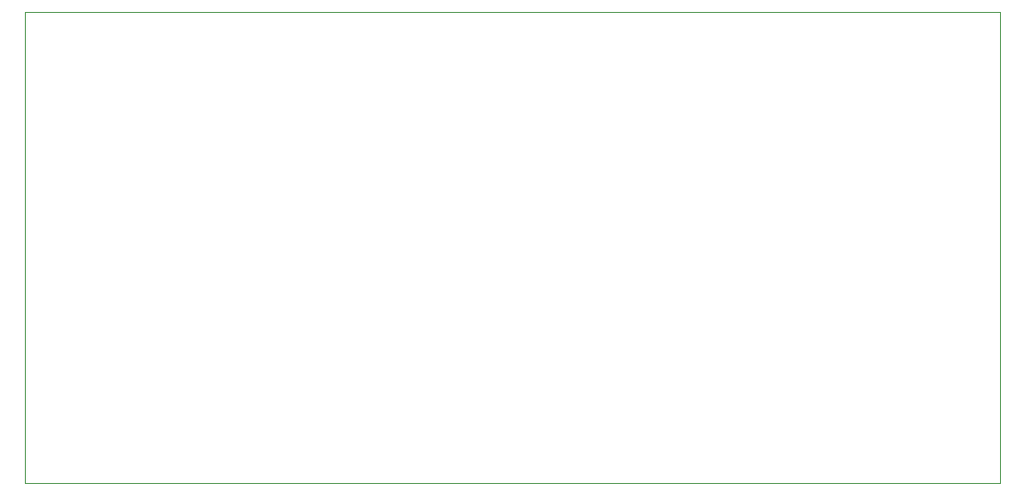
<source format=gbr>
%TF.GenerationSoftware,Altium Limited,Altium Designer,18.1.7 (191)*%
G04 Layer_Color=0*
%FSLAX26Y26*%
%MOIN*%
%TF.FileFunction,Profile,NP*%
%TF.Part,Single*%
G01*
G75*
%TA.AperFunction,Profile*%
%ADD89C,0.001000*%
D89*
X0Y0D02*
Y1705060D01*
X3524625Y1705060D01*
Y0D01*
X0D01*
%TF.MD5,a681732a5122debd47581a4fbb8a7368*%
M02*

</source>
